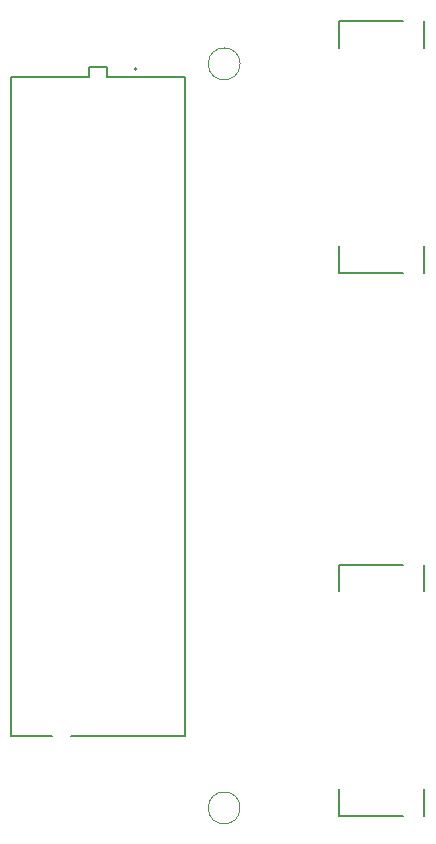
<source format=gbr>
%TF.GenerationSoftware,Altium Limited,Altium Designer,21.5.1 (32)*%
G04 Layer_Color=32768*
%FSLAX45Y45*%
%MOMM*%
%TF.SameCoordinates,51D5493F-A844-4614-94AE-4B196E198A34*%
%TF.FilePolarity,Positive*%
%TF.FileFunction,Other,tPlace*%
%TF.Part,Single*%
G01*
G75*
%TA.AperFunction,NonConductor*%
%ADD33C,0.19990*%
%ADD35C,0.12700*%
%ADD60C,0.00102*%
D33*
X1529997Y7459989D02*
G03*
X1529997Y7459989I-10008J0D01*
G01*
X3962001Y1136502D02*
Y1359997D01*
Y3040003D02*
Y3263498D01*
X3237999Y1136502D02*
Y1359997D01*
Y3040003D02*
Y3263498D01*
Y1136502D02*
X3780010D01*
X3237999Y3263498D02*
X3780010D01*
X3237999Y7863498D02*
X3780010D01*
X3237999Y5736502D02*
X3780010D01*
X3237999Y7640004D02*
Y7863498D01*
Y5736502D02*
Y5959997D01*
X3962001Y7640004D02*
Y7863498D01*
Y5736502D02*
Y5959997D01*
D35*
X465000Y1811004D02*
X815012D01*
X975007D02*
X1935000D01*
X465991D02*
Y7388996D01*
X1124003D01*
Y7477998D01*
X1275997D01*
Y7388996D02*
Y7477998D01*
Y7388996D02*
X1934009D01*
Y1811004D02*
Y7388996D01*
D60*
X2403504Y7503700D02*
G03*
X2403504Y7503700I-135001J0D01*
G01*
Y1203687D02*
G03*
X2403504Y1203687I-135001J0D01*
G01*
Y7503700D02*
G03*
X2403504Y7503700I-135001J0D01*
G01*
Y1203687D02*
G03*
X2403504Y1203687I-135001J0D01*
G01*
%TF.MD5,fa6b089b3b25d961d06da3a6d77dc517*%
M02*

</source>
